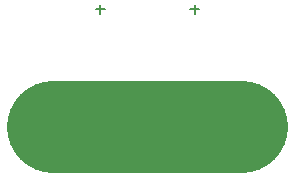
<source format=gto>
%TF.GenerationSoftware,KiCad,Pcbnew,4.0.5-e0-6337~49~ubuntu16.04.1*%
%TF.CreationDate,2017-01-13T08:04:38-08:00*%
%TF.ProjectId,2x3-LED-TH-2.54mm-Pitch-Magnet,3278332D4C45442D54482D322E35346D,1.0*%
%TF.FileFunction,Legend,Top*%
%FSLAX46Y46*%
G04 Gerber Fmt 4.6, Leading zero omitted, Abs format (unit mm)*
G04 Created by KiCad (PCBNEW 4.0.5-e0-6337~49~ubuntu16.04.1) date Fri Jan 13 08:04:38 2017*
%MOMM*%
%LPD*%
G01*
G04 APERTURE LIST*
%ADD10C,0.350000*%
%ADD11C,7.800000*%
%ADD12C,0.150000*%
G04 APERTURE END LIST*
D10*
D11*
X133098000Y-100457000D02*
X149098000Y-100457000D01*
D12*
X144717048Y-90528429D02*
X145478953Y-90528429D01*
X145098001Y-90909381D02*
X145098001Y-90147476D01*
X144717048Y-103528429D02*
X145478953Y-103528429D01*
X136717048Y-90528429D02*
X137478953Y-90528429D01*
X137098001Y-90909381D02*
X137098001Y-90147476D01*
M02*

</source>
